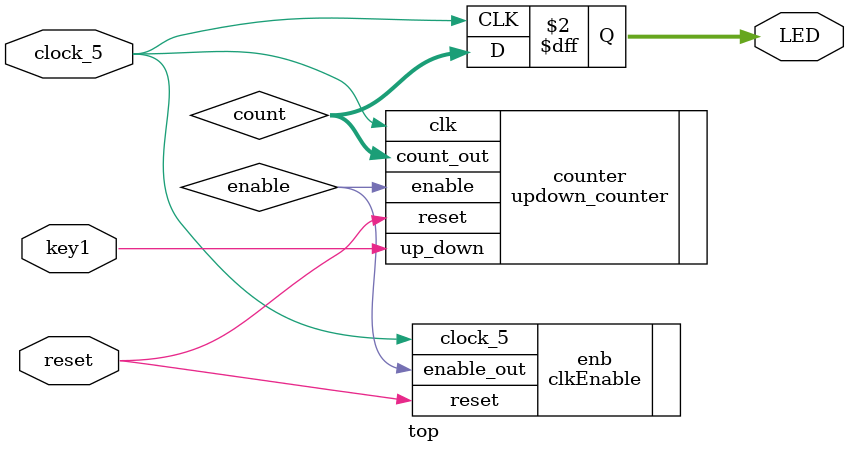
<source format=v>

module top 
(
							input clock_5,
							input reset,
							input key1,
							output reg [7:0] LED
				
				);
				
wire enable;

wire [7:0] count;

//reg[7:0] LED;

clkEnable enb(
	.clock_5(clock_5),
	.reset(reset),
	.enable_out(enable)
	);
	
updown_counter counter(
	.up_down(key1),
	.clk(clock_5),
	.enable(enable),
	.reset(reset),
	.count_out(count)
);

always @(posedge clock_5) begin
	LED <= count;			// assign the LED to the output of the updown_counter
end
	
endmodule

</source>
